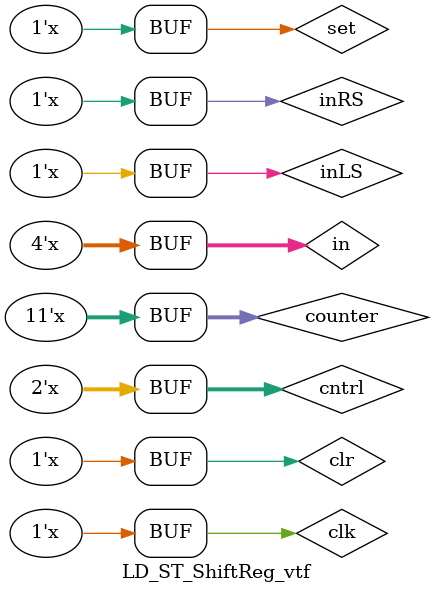
<source format=v>
`timescale 1ns / 1ps


module LD_ST_ShiftReg_vtf;

	// Inputs
	reg [1:0] cntrl;
	reg inLS;
	reg inRS;
	reg set;
	reg clr;
	reg clk;
	reg [3:0] in;

	// Outputs
	wire [3:0] out;
	
	reg [3:0] out_tc;
	reg error;
	reg [10:0] counter;
	
	//I used these variables to be more confident in my shifting assignment
	//that variables would not have weird temporary states between calculation
	reg [4:0] t_LSCalc; // This are temp varibles to calculate ls expected out
	reg [4:0] t_RSCalc; // This are temp varibles to calculate rs expected out

	// Instantiate the Unit Under Test (UUT)
	LD_ST_ShiftReg uut (
		.out(out), 
		.cntrl(cntrl), 
		.inLS(inLS), 
		.inRS(inRS), 
		.set(set), 
		.clr(clr), 
		.clk(clk), 
		.in(in)
	);

	initial begin
		// Initialize Inputs
		counter = 0;
		clr = 0;
		set = 0;
		cntrl = 0;
		inLS = 0;
		inRS = 0;
		in = 0;
		clk = 0;
		out_tc = 0;
		error = 0;
		t_LSCalc = 0;
		t_RSCalc = 0;
		// Wait 100 ns for global reset to finish
		#100;
	end
	
	always
	begin
		#5 clk = ~clk;
	end
	
	always
	begin: countAssign
		#10 counter = counter+1;
		clr <= ~counter[9];
		set <= ~counter[8];
		cntrl <= counter[7:6];
		inLS <= counter[5];
		inRS <= counter[4];
		in <= counter[3:0];
	end
	
	always @(posedge clk)
	begin
		#1 t_LSCalc = {out_tc, inLS};
		t_RSCalc = {inRS, out_tc};
		case ({clr, set, cntrl})
			4'b0000: out_tc = 4'b0000;
			4'b0001: out_tc = 4'b0000;
			4'b0010: out_tc = 4'b0000;
			4'b0011: out_tc = 4'b0000;
			4'b0100: out_tc = 4'b0000;
			4'b0101: out_tc = 4'b0000;
			4'b0110: out_tc = 4'b0000; 
			4'b0111: out_tc = 4'b0000;
			4'b1000: out_tc = 4'b1111;
			4'b1001: out_tc = 4'b1111;
			4'b1010: out_tc = 4'b1111;
			4'b1011: out_tc = 4'b1111;
			4'b1100: out_tc = out_tc;
			4'b1101: out_tc = in;
			4'b1110: out_tc = t_LSCalc[3:0];
			4'b1111: out_tc = t_RSCalc[4:1]; 
			default: out_tc = 4'bZZZZ;
		endcase
		#1 if(out_tc == out) error = 0;
		else error = 1;
	end
      
endmodule

</source>
